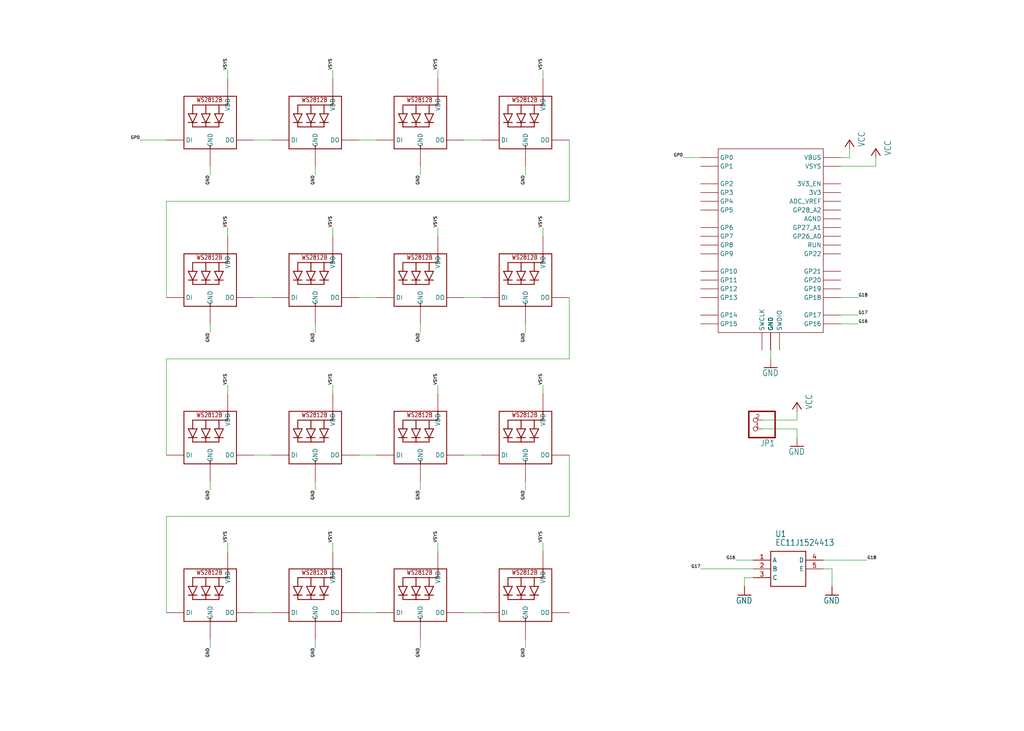
<source format=kicad_sch>
(kicad_sch (version 20230121) (generator eeschema)
  (paper "User" 297.002 212.09)
  (lib_symbols
    (symbol "neopixel_studio_light-eagle-import:EC11J1524413"
      (property "Reference" "U" (at 16.51 7.62 0))
      (symbol "EC11J1524413_1_0"
        (polyline (pts (xy 5.08 2.54) (xy 5.08 -7.62)) (stroke (width 0.254)))
        (polyline (pts (xy 5.08 2.54) (xy 15.24 2.54)) (stroke (width 0.254)))
        (polyline (pts (xy 15.24 -7.62) (xy 5.08 -7.62)) (stroke (width 0.254)))
        (polyline (pts (xy 15.24 -7.62) (xy 15.24 2.54)) (stroke (width 0.254)))
        (pin bidirectional line (at 0 0 0) (length 5.08) (name "A") (number "1"))
        (pin bidirectional line (at 0 -2.54 0) (length 5.08) (name "B") (number "2"))
        (pin bidirectional line (at 0 -5.08 0) (length 5.08) (name "C") (number "3"))
        (pin bidirectional line (at 20.32 0 180) (length 5.08) (name "D") (number "4"))
        (pin bidirectional line (at 20.32 -2.54 180) (length 5.08) (name "E") (number "5"))
      )
    )
    (symbol "neopixel_studio_light-eagle-import:GND" (power)
      (property "Value" "GND" (at -2.54 -2.54 0))
      (symbol "GND_1_0"
        (polyline (pts (xy -1.905 0) (xy 1.905 0)) (stroke (width 0.254)))
        (pin power_in line (at 0 2.54 270) (length 2.54) (name "GND") (number "1"))
      )
    )
    (symbol "neopixel_studio_light-eagle-import:PINHD-1X2"
      (property "Reference" "JP" (at -6.35 5.715 0))
      (symbol "PINHD-1X2_1_0"
        (polyline (pts (xy -6.35 -2.54) (xy 1.27 -2.54)) (stroke (width 0.4064)))
        (polyline (pts (xy -6.35 5.08) (xy -6.35 -2.54)) (stroke (width 0.4064)))
        (polyline (pts (xy 1.27 -2.54) (xy 1.27 5.08)) (stroke (width 0.4064)))
        (polyline (pts (xy 1.27 5.08) (xy -6.35 5.08)) (stroke (width 0.4064)))
        (pin passive inverted (at -2.54 2.54 0) (length 2.54) (name "1") (number "1"))
        (pin passive inverted (at -2.54 0 0) (length 2.54) (name "2") (number "2"))
      )
    )
    (symbol "neopixel_studio_light-eagle-import:RPI_PICO-SMD"
      (symbol "RPI_PICO-SMD_1_0"
        (polyline (pts (xy -15.24 -25.4) (xy 15.24 -25.4)) (stroke (width 0.1524)))
        (polyline (pts (xy -15.24 27.94) (xy -15.24 -25.4)) (stroke (width 0.1524)))
        (polyline (pts (xy 15.24 -25.4) (xy 15.24 27.94)) (stroke (width 0.1524)))
        (polyline (pts (xy 15.24 27.94) (xy -15.24 27.94)) (stroke (width 0.1524)))
        (pin bidirectional line (at 20.32 15.24 180) (length 5.08) (name "3V3") (number "3V3"))
        (pin bidirectional line (at 20.32 17.78 180) (length 5.08) (name "3V3_EN") (number "3V3_EN"))
        (pin bidirectional line (at 20.32 12.7 180) (length 5.08) (name "ADC_VREF") (number "ADC_VREF"))
        (pin bidirectional line (at 20.32 7.62 180) (length 5.08) (name "AGND") (number "AGND"))
        (pin bidirectional line (at 0 -30.48 90) (length 5.08) (name "GND") (number "GND@1"))
        (pin bidirectional line (at 0 -30.48 90) (length 5.08) (name "GND") (number "GND@2"))
        (pin bidirectional line (at 0 -30.48 90) (length 5.08) (name "GND") (number "GND@3"))
        (pin bidirectional line (at 0 -30.48 90) (length 5.08) (name "GND") (number "GND@4"))
        (pin bidirectional line (at 0 -30.48 90) (length 5.08) (name "GND") (number "GND@5"))
        (pin bidirectional line (at 0 -30.48 90) (length 5.08) (name "GND") (number "GND@6"))
        (pin bidirectional line (at 0 -30.48 90) (length 5.08) (name "GND") (number "GND@7"))
        (pin bidirectional line (at 0 -30.48 90) (length 5.08) (name "GND") (number "GND@8"))
        (pin bidirectional line (at -20.32 25.4 0) (length 5.08) (name "GP0") (number "GP0"))
        (pin bidirectional line (at -20.32 22.86 0) (length 5.08) (name "GP1") (number "GP1"))
        (pin bidirectional line (at -20.32 -7.62 0) (length 5.08) (name "GP10") (number "GP10"))
        (pin bidirectional line (at -20.32 -10.16 0) (length 5.08) (name "GP11") (number "GP11"))
        (pin bidirectional line (at -20.32 -12.7 0) (length 5.08) (name "GP12") (number "GP12"))
        (pin bidirectional line (at -20.32 -15.24 0) (length 5.08) (name "GP13") (number "GP13"))
        (pin bidirectional line (at -20.32 -20.32 0) (length 5.08) (name "GP14") (number "GP14"))
        (pin bidirectional line (at -20.32 -22.86 0) (length 5.08) (name "GP15") (number "GP15"))
        (pin bidirectional line (at 20.32 -22.86 180) (length 5.08) (name "GP16") (number "GP16"))
        (pin bidirectional line (at 20.32 -20.32 180) (length 5.08) (name "GP17") (number "GP17"))
        (pin bidirectional line (at 20.32 -15.24 180) (length 5.08) (name "GP18") (number "GP18"))
        (pin bidirectional line (at 20.32 -12.7 180) (length 5.08) (name "GP19") (number "GP19"))
        (pin bidirectional line (at -20.32 17.78 0) (length 5.08) (name "GP2") (number "GP2"))
        (pin bidirectional line (at 20.32 -10.16 180) (length 5.08) (name "GP20") (number "GP20"))
        (pin bidirectional line (at 20.32 -7.62 180) (length 5.08) (name "GP21") (number "GP21"))
        (pin bidirectional line (at 20.32 -2.54 180) (length 5.08) (name "GP22") (number "GP22"))
        (pin bidirectional line (at 20.32 2.54 180) (length 5.08) (name "GP26_A0") (number "GP26_A0"))
        (pin bidirectional line (at 20.32 5.08 180) (length 5.08) (name "GP27_A1") (number "GP27_A1"))
        (pin bidirectional line (at 20.32 10.16 180) (length 5.08) (name "GP28_A2") (number "GP28_A2"))
        (pin bidirectional line (at -20.32 15.24 0) (length 5.08) (name "GP3") (number "GP3"))
        (pin bidirectional line (at -20.32 12.7 0) (length 5.08) (name "GP4") (number "GP4"))
        (pin bidirectional line (at -20.32 10.16 0) (length 5.08) (name "GP5") (number "GP5"))
        (pin bidirectional line (at -20.32 5.08 0) (length 5.08) (name "GP6") (number "GP6"))
        (pin bidirectional line (at -20.32 2.54 0) (length 5.08) (name "GP7") (number "GP7"))
        (pin bidirectional line (at -20.32 0 0) (length 5.08) (name "GP8") (number "GP8"))
        (pin bidirectional line (at -20.32 -2.54 0) (length 5.08) (name "GP9") (number "GP9"))
        (pin bidirectional line (at 20.32 0 180) (length 5.08) (name "RUN") (number "RUN"))
        (pin bidirectional line (at -2.54 -30.48 90) (length 5.08) (name "SWCLK") (number "SWCLK"))
        (pin bidirectional line (at 2.54 -30.48 90) (length 5.08) (name "SWDIO") (number "SWDIO"))
        (pin bidirectional line (at 20.32 25.4 180) (length 5.08) (name "VBUS") (number "VBUS"))
        (pin bidirectional line (at 20.32 22.86 180) (length 5.08) (name "VSYS") (number "VSYS"))
      )
    )
    (symbol "neopixel_studio_light-eagle-import:VCC" (power)
      (property "Value" "VCC" (at -2.54 -2.54 90))
      (symbol "VCC_1_0"
        (polyline (pts (xy 0 0) (xy -1.27 -1.905)) (stroke (width 0.254)))
        (polyline (pts (xy 1.27 -1.905) (xy 0 0)) (stroke (width 0.254)))
        (pin power_in line (at 0 -2.54 90) (length 2.54) (name "VCC") (number "1"))
      )
    )
    (symbol "neopixel_studio_light-eagle-import:WS2812B5050"
      (symbol "WS2812B5050_1_0"
        (polyline (pts (xy -7.62 -5.08) (xy 0 -5.08)) (stroke (width 0.254)))
        (polyline (pts (xy -7.62 -2.54) (xy -7.62 -5.08)) (stroke (width 0.254)))
        (polyline (pts (xy -7.62 10.16) (xy -7.62 -2.54)) (stroke (width 0.254)))
        (polyline (pts (xy -6.35 2.54) (xy -5.08 2.54)) (stroke (width 0.254)))
        (polyline (pts (xy -6.35 5.08) (xy -5.08 5.08)) (stroke (width 0.254)))
        (polyline (pts (xy -5.08 2.54) (xy -6.35 5.08)) (stroke (width 0.254)))
        (polyline (pts (xy -5.08 2.54) (xy -5.08 1.27)) (stroke (width 0.254)))
        (polyline (pts (xy -5.08 2.54) (xy -3.81 5.08)) (stroke (width 0.254)))
        (polyline (pts (xy -5.08 5.08) (xy -3.81 5.08)) (stroke (width 0.254)))
        (polyline (pts (xy -5.08 7.62) (xy -5.08 5.08)) (stroke (width 0.254)))
        (polyline (pts (xy -3.81 2.54) (xy -5.08 2.54)) (stroke (width 0.254)))
        (polyline (pts (xy -2.54 2.54) (xy -1.27 2.54)) (stroke (width 0.254)))
        (polyline (pts (xy -2.54 5.08) (xy 0 5.08)) (stroke (width 0.254)))
        (polyline (pts (xy -1.27 1.27) (xy -5.08 1.27)) (stroke (width 0.254)))
        (polyline (pts (xy -1.27 2.54) (xy -2.54 5.08)) (stroke (width 0.254)))
        (polyline (pts (xy -1.27 2.54) (xy -1.27 1.27)) (stroke (width 0.254)))
        (polyline (pts (xy -1.27 2.54) (xy 0 2.54)) (stroke (width 0.254)))
        (polyline (pts (xy -1.27 5.08) (xy -1.27 7.62)) (stroke (width 0.254)))
        (polyline (pts (xy -1.27 7.62) (xy -5.08 7.62)) (stroke (width 0.254)))
        (polyline (pts (xy 0 -5.08) (xy 7.62 -5.08)) (stroke (width 0.254)))
        (polyline (pts (xy 0 -4.064) (xy 0 -5.08)) (stroke (width 0.254)))
        (polyline (pts (xy 0 5.08) (xy -1.27 2.54)) (stroke (width 0.254)))
        (polyline (pts (xy 1.27 5.08) (xy 2.54 2.54)) (stroke (width 0.254)))
        (polyline (pts (xy 1.27 5.08) (xy 2.54 5.08)) (stroke (width 0.254)))
        (polyline (pts (xy 2.54 1.27) (xy -1.27 1.27)) (stroke (width 0.254)))
        (polyline (pts (xy 2.54 2.54) (xy 1.27 2.54)) (stroke (width 0.254)))
        (polyline (pts (xy 2.54 2.54) (xy 2.54 1.27)) (stroke (width 0.254)))
        (polyline (pts (xy 2.54 2.54) (xy 3.81 2.54)) (stroke (width 0.254)))
        (polyline (pts (xy 2.54 2.54) (xy 3.81 5.08)) (stroke (width 0.254)))
        (polyline (pts (xy 2.54 5.08) (xy 2.54 7.62)) (stroke (width 0.254)))
        (polyline (pts (xy 2.54 7.62) (xy -1.27 7.62)) (stroke (width 0.254)))
        (polyline (pts (xy 2.54 7.62) (xy 5.08 7.62)) (stroke (width 0.254)))
        (polyline (pts (xy 3.81 5.08) (xy 2.54 5.08)) (stroke (width 0.254)))
        (polyline (pts (xy 5.08 10.16) (xy -7.62 10.16)) (stroke (width 0.254)))
        (polyline (pts (xy 5.08 10.16) (xy 5.08 7.62)) (stroke (width 0.254)))
        (polyline (pts (xy 7.62 -5.08) (xy 7.62 -2.54)) (stroke (width 0.254)))
        (polyline (pts (xy 7.62 -2.54) (xy 7.62 10.16)) (stroke (width 0.254)))
        (polyline (pts (xy 7.62 10.16) (xy 5.08 10.16)) (stroke (width 0.254)))
        (text "WS2812B" (at -4.064 8.382 0) (effects (font (size 1.27 1.0795)) (justify left bottom)))
        (pin power_in line (at 5.08 15.24 270) (length 5.08) (name "VDD") (number "1-VDD"))
        (pin output line (at 12.7 -2.54 180) (length 5.08) (name "DO") (number "2-DOUT"))
        (pin power_in line (at 0 -10.16 90) (length 5.08) (name "GND") (number "3-GND"))
        (pin input line (at -12.7 -2.54 0) (length 5.08) (name "DI") (number "4-DIN"))
      )
    )
  )
  (wire (pts (xy 91.44 93.98) (xy 91.44 96.52)) (stroke (width 0.127)))
  (wire (pts (xy 127 68.58) (xy 127 66.04)) (stroke (width 0.127)))
  (wire (pts (xy 73.66 177.8) (xy 78.74 177.8)) (stroke (width 0.127)))
  (wire (pts (xy 134.62 40.64) (xy 139.7 40.64)) (stroke (width 0.127)))
  (wire (pts (xy 152.4 93.98) (xy 152.4 96.52)) (stroke (width 0.127)))
  (wire (pts (xy 134.62 86.36) (xy 139.7 86.36)) (stroke (width 0.127)))
  (wire (pts (xy 96.52 114.3) (xy 96.52 111.76)) (stroke (width 0.127)))
  (wire (pts (xy 215.9 167.64) (xy 215.9 170.18)) (stroke (width 0.127)))
  (wire (pts (xy 165.1 149.86) (xy 48.26 149.86)) (stroke (width 0.127)))
  (wire (pts (xy 238.76 165.1) (xy 241.3 165.1)) (stroke (width 0.127)))
  (wire (pts (xy 127 114.3) (xy 127 111.76)) (stroke (width 0.127)))
  (wire (pts (xy 231.14 121.92) (xy 231.14 119.38)) (stroke (width 0.127)))
  (wire (pts (xy 48.26 104.14) (xy 48.26 132.08)) (stroke (width 0.127)))
  (wire (pts (xy 231.14 124.46) (xy 231.14 127)) (stroke (width 0.127)))
  (wire (pts (xy 91.44 185.42) (xy 91.44 187.96)) (stroke (width 0.127)))
  (wire (pts (xy 48.26 40.64) (xy 40.64 40.64)) (stroke (width 0.127)))
  (wire (pts (xy 152.4 185.42) (xy 152.4 187.96)) (stroke (width 0.127)))
  (wire (pts (xy 121.92 139.7) (xy 121.92 142.24)) (stroke (width 0.127)))
  (wire (pts (xy 243.84 86.36) (xy 248.92 86.36)) (stroke (width 0.127)))
  (wire (pts (xy 60.96 185.42) (xy 60.96 187.96)) (stroke (width 0.127)))
  (wire (pts (xy 157.48 22.86) (xy 157.48 20.32)) (stroke (width 0.127)))
  (wire (pts (xy 203.2 45.72) (xy 198.12 45.72)) (stroke (width 0.127)))
  (wire (pts (xy 66.04 114.3) (xy 66.04 111.76)) (stroke (width 0.127)))
  (wire (pts (xy 220.98 124.46) (xy 231.14 124.46)) (stroke (width 0.127)))
  (wire (pts (xy 134.62 132.08) (xy 139.7 132.08)) (stroke (width 0.127)))
  (wire (pts (xy 127 160.02) (xy 127 157.48)) (stroke (width 0.127)))
  (wire (pts (xy 127 22.86) (xy 127 20.32)) (stroke (width 0.127)))
  (wire (pts (xy 104.14 132.08) (xy 109.22 132.08)) (stroke (width 0.127)))
  (wire (pts (xy 152.4 48.26) (xy 152.4 50.8)) (stroke (width 0.127)))
  (wire (pts (xy 157.48 114.3) (xy 157.48 111.76)) (stroke (width 0.127)))
  (wire (pts (xy 223.52 101.6) (xy 223.52 104.14)) (stroke (width 0.127)))
  (wire (pts (xy 96.52 22.86) (xy 96.52 20.32)) (stroke (width 0.127)))
  (wire (pts (xy 66.04 68.58) (xy 66.04 66.04)) (stroke (width 0.127)))
  (wire (pts (xy 157.48 68.58) (xy 157.48 66.04)) (stroke (width 0.127)))
  (wire (pts (xy 243.84 48.26) (xy 254 48.26)) (stroke (width 0.127)))
  (wire (pts (xy 238.76 162.56) (xy 251.46 162.56)) (stroke (width 0.127)))
  (wire (pts (xy 254 48.26) (xy 254 45.72)) (stroke (width 0.127)))
  (wire (pts (xy 165.1 58.42) (xy 48.26 58.42)) (stroke (width 0.127)))
  (wire (pts (xy 104.14 86.36) (xy 109.22 86.36)) (stroke (width 0.127)))
  (wire (pts (xy 104.14 40.64) (xy 109.22 40.64)) (stroke (width 0.127)))
  (wire (pts (xy 203.2 165.1) (xy 218.44 165.1)) (stroke (width 0.127)))
  (wire (pts (xy 218.44 167.64) (xy 215.9 167.64)) (stroke (width 0.127)))
  (wire (pts (xy 60.96 139.7) (xy 60.96 142.24)) (stroke (width 0.127)))
  (wire (pts (xy 241.3 165.1) (xy 241.3 170.18)) (stroke (width 0.127)))
  (wire (pts (xy 73.66 86.36) (xy 78.74 86.36)) (stroke (width 0.127)))
  (wire (pts (xy 121.92 48.26) (xy 121.92 50.8)) (stroke (width 0.127)))
  (wire (pts (xy 134.62 177.8) (xy 139.7 177.8)) (stroke (width 0.127)))
  (wire (pts (xy 48.26 58.42) (xy 48.26 86.36)) (stroke (width 0.127)))
  (wire (pts (xy 66.04 160.02) (xy 66.04 157.48)) (stroke (width 0.127)))
  (wire (pts (xy 96.52 68.58) (xy 96.52 66.04)) (stroke (width 0.127)))
  (wire (pts (xy 60.96 93.98) (xy 60.96 96.52)) (stroke (width 0.127)))
  (wire (pts (xy 152.4 139.7) (xy 152.4 142.24)) (stroke (width 0.127)))
  (wire (pts (xy 243.84 91.44) (xy 248.92 91.44)) (stroke (width 0.127)))
  (wire (pts (xy 73.66 40.64) (xy 78.74 40.64)) (stroke (width 0.127)))
  (wire (pts (xy 213.36 162.56) (xy 218.44 162.56)) (stroke (width 0.127)))
  (wire (pts (xy 104.14 177.8) (xy 109.22 177.8)) (stroke (width 0.127)))
  (wire (pts (xy 91.44 139.7) (xy 91.44 142.24)) (stroke (width 0.127)))
  (wire (pts (xy 73.66 132.08) (xy 78.74 132.08)) (stroke (width 0.127)))
  (wire (pts (xy 243.84 45.72) (xy 246.38 45.72)) (stroke (width 0.127)))
  (wire (pts (xy 96.52 160.02) (xy 96.52 157.48)) (stroke (width 0.127)))
  (wire (pts (xy 60.96 48.26) (xy 60.96 50.8)) (stroke (width 0.127)))
  (wire (pts (xy 91.44 48.26) (xy 91.44 50.8)) (stroke (width 0.127)))
  (wire (pts (xy 165.1 86.36) (xy 165.1 104.14)) (stroke (width 0.127)))
  (wire (pts (xy 121.92 185.42) (xy 121.92 187.96)) (stroke (width 0.127)))
  (wire (pts (xy 121.92 93.98) (xy 121.92 96.52)) (stroke (width 0.127)))
  (wire (pts (xy 246.38 45.72) (xy 246.38 43.18)) (stroke (width 0.127)))
  (wire (pts (xy 165.1 132.08) (xy 165.1 149.86)) (stroke (width 0.127)))
  (wire (pts (xy 220.98 121.92) (xy 231.14 121.92)) (stroke (width 0.127)))
  (wire (pts (xy 157.48 160.02) (xy 157.48 157.48)) (stroke (width 0.127)))
  (wire (pts (xy 243.84 93.98) (xy 248.92 93.98)) (stroke (width 0.127)))
  (wire (pts (xy 165.1 40.64) (xy 165.1 58.42)) (stroke (width 0.127)))
  (wire (pts (xy 66.04 22.86) (xy 66.04 20.32)) (stroke (width 0.127)))
  (wire (pts (xy 165.1 104.14) (xy 48.26 104.14)) (stroke (width 0.127)))
  (wire (pts (xy 48.26 149.86) (xy 48.26 177.8)) (stroke (width 0.127)))
  (label "GND" (at 152.4 50.8 270) (effects (font (size 0.889 0.889))))
  (label "VSYS" (at 157.48 157.48 90) (effects (font (size 0.889 0.889))))
  (label "VSYS" (at 66.04 157.48 90) (effects (font (size 0.889 0.889))))
  (label "G18" (at 251.46 162.56 0) (effects (font (size 0.889 0.889))))
  (label "GND" (at 121.92 50.8 270) (effects (font (size 0.889 0.889))))
  (label "GND" (at 152.4 142.24 270) (effects (font (size 0.889 0.889))))
  (label "VSYS" (at 96.52 20.32 90) (effects (font (size 0.889 0.889))))
  (label "G16" (at 213.36 162.56 180) (effects (font (size 0.889 0.889))))
  (label "VSYS" (at 127 66.04 90) (effects (font (size 0.889 0.889))))
  (label "VSYS" (at 96.52 111.76 90) (effects (font (size 0.889 0.889))))
  (label "VSYS" (at 157.48 20.32 90) (effects (font (size 0.889 0.889))))
  (label "G16" (at 248.92 93.98 0) (effects (font (size 0.889 0.889))))
  (label "GP0" (at 198.12 45.72 180) (effects (font (size 0.889 0.889))))
  (label "GND" (at 121.92 96.52 270) (effects (font (size 0.889 0.889))))
  (label "VSYS" (at 66.04 111.76 90) (effects (font (size 0.889 0.889))))
  (label "GND" (at 60.96 96.52 270) (effects (font (size 0.889 0.889))))
  (label "GND" (at 91.44 142.24 270) (effects (font (size 0.889 0.889))))
  (label "VSYS" (at 96.52 66.04 90) (effects (font (size 0.889 0.889))))
  (label "VSYS" (at 127 157.48 90) (effects (font (size 0.889 0.889))))
  (label "VSYS" (at 127 20.32 90) (effects (font (size 0.889 0.889))))
  (label "GND" (at 121.92 187.96 270) (effects (font (size 0.889 0.889))))
  (label "GND" (at 91.44 187.96 270) (effects (font (size 0.889 0.889))))
  (label "GND" (at 60.96 142.24 270) (effects (font (size 0.889 0.889))))
  (label "G17" (at 248.92 91.44 0) (effects (font (size 0.889 0.889))))
  (label "GP0" (at 40.64 40.64 180) (effects (font (size 0.889 0.889))))
  (label "GND" (at 152.4 96.52 270) (effects (font (size 0.889 0.889))))
  (label "GND" (at 60.96 187.96 270) (effects (font (size 0.889 0.889))))
  (label "G18" (at 248.92 86.36 0) (effects (font (size 0.889 0.889))))
  (label "GND" (at 60.96 50.8 270) (effects (font (size 0.889 0.889))))
  (label "VSYS" (at 96.52 157.48 90) (effects (font (size 0.889 0.889))))
  (label "VSYS" (at 66.04 20.32 90) (effects (font (size 0.889 0.889))))
  (label "VSYS" (at 157.48 111.76 90) (effects (font (size 0.889 0.889))))
  (label "VSYS" (at 157.48 66.04 90) (effects (font (size 0.889 0.889))))
  (label "G17" (at 203.2 165.1 180) (effects (font (size 0.889 0.889))))
  (label "VSYS" (at 127 111.76 90) (effects (font (size 0.889 0.889))))
  (label "GND" (at 152.4 187.96 270) (effects (font (size 0.889 0.889))))
  (label "GND" (at 121.92 142.24 270) (effects (font (size 0.889 0.889))))
  (label "GND" (at 91.44 96.52 270) (effects (font (size 0.889 0.889))))
  (label "VSYS" (at 66.04 66.04 90) (effects (font (size 0.889 0.889))))
  (label "GND" (at 91.44 50.8 270) (effects (font (size 0.889 0.889))))
  (symbol (lib_id "neopixel_studio_light-eagle-import:WS2812B5050") (at 60.96 175.26 0) (unit 1)
    (property "Reference" "LED13" (effects hide))
    (property "Value" "WS2812B5050" (effects hide))
    (property "Footprint" "neopixel_studio_light:WS2812B" (effects hide))
  )
  (symbol (lib_id "neopixel_studio_light-eagle-import:WS2812B5050") (at 152.4 83.82 0) (unit 1)
    (property "Reference" "LED8" (effects hide))
    (property "Value" "WS2812B5050" (effects hide))
    (property "Footprint" "neopixel_studio_light:WS2812B" (effects hide))
  )
  (symbol (lib_id "neopixel_studio_light-eagle-import:GND") (at 223.52 106.68 0) (unit 1)
    (property "Reference" "#GND1" (effects hide))
    (property "Value" "GND" (at 220.98 109.22 0) (effects (font (size 1.778 1.5113)) (justify left bottom)))
  )
  (symbol (lib_id "neopixel_studio_light-eagle-import:WS2812B5050") (at 121.92 83.82 0) (unit 1)
    (property "Reference" "LED7" (effects hide))
    (property "Value" "WS2812B5050" (effects hide))
    (property "Footprint" "neopixel_studio_light:WS2812B" (effects hide))
  )
  (symbol (lib_id "neopixel_studio_light-eagle-import:WS2812B5050") (at 121.92 175.26 0) (unit 1)
    (property "Reference" "LED15" (effects hide))
    (property "Value" "WS2812B5050" (effects hide))
    (property "Footprint" "neopixel_studio_light:WS2812B" (effects hide))
  )
  (symbol (lib_id "neopixel_studio_light-eagle-import:WS2812B5050") (at 152.4 38.1 0) (unit 1)
    (property "Reference" "LED4" (effects hide))
    (property "Value" "WS2812B5050" (effects hide))
    (property "Footprint" "neopixel_studio_light:WS2812B" (effects hide))
  )
  (symbol (lib_id "neopixel_studio_light-eagle-import:WS2812B5050") (at 60.96 129.54 0) (unit 1)
    (property "Reference" "LED9" (effects hide))
    (property "Value" "WS2812B5050" (effects hide))
    (property "Footprint" "neopixel_studio_light:WS2812B" (effects hide))
  )
  (symbol (lib_id "neopixel_studio_light-eagle-import:WS2812B5050") (at 152.4 129.54 0) (unit 1)
    (property "Reference" "LED12" (effects hide))
    (property "Value" "WS2812B5050" (effects hide))
    (property "Footprint" "neopixel_studio_light:WS2812B" (effects hide))
  )
  (symbol (lib_id "neopixel_studio_light-eagle-import:WS2812B5050") (at 60.96 83.82 0) (unit 1)
    (property "Reference" "LED5" (effects hide))
    (property "Value" "WS2812B5050" (effects hide))
    (property "Footprint" "neopixel_studio_light:WS2812B" (effects hide))
  )
  (symbol (lib_id "neopixel_studio_light-eagle-import:EC11J1524413") (at 218.44 162.56 0) (unit 1)
    (property "Reference" "U1" (at 224.79 154.94 0) (effects (font (size 1.778 1.5113)) (justify left)))
    (property "Value" "EC11J1524413" (at 224.79 157.48 0) (effects (font (size 1.778 1.5113)) (justify left)))
    (property "Footprint" "neopixel_studio_light:EC11J1524413" (effects hide))
  )
  (symbol (lib_id "neopixel_studio_light-eagle-import:WS2812B5050") (at 91.44 175.26 0) (unit 1)
    (property "Reference" "LED14" (effects hide))
    (property "Value" "WS2812B5050" (effects hide))
    (property "Footprint" "neopixel_studio_light:WS2812B" (effects hide))
  )
  (symbol (lib_id "neopixel_studio_light-eagle-import:VCC") (at 254 43.18 0) (unit 1)
    (property "Reference" "#P+5" (effects hide))
    (property "Value" "VCC" (at 256.54 40.64 90) (effects (font (size 1.778 1.5113)) (justify right top)))
  )
  (symbol (lib_id "neopixel_studio_light-eagle-import:WS2812B5050") (at 121.92 129.54 0) (unit 1)
    (property "Reference" "LED11" (effects hide))
    (property "Value" "WS2812B5050" (effects hide))
    (property "Footprint" "neopixel_studio_light:WS2812B" (effects hide))
  )
  (symbol (lib_id "neopixel_studio_light-eagle-import:WS2812B5050") (at 60.96 38.1 0) (unit 1)
    (property "Reference" "LED1" (effects hide))
    (property "Value" "WS2812B5050" (effects hide))
    (property "Footprint" "neopixel_studio_light:WS2812B" (effects hide))
  )
  (symbol (lib_id "neopixel_studio_light-eagle-import:WS2812B5050") (at 91.44 38.1 0) (unit 1)
    (property "Reference" "LED2" (effects hide))
    (property "Value" "WS2812B5050" (effects hide))
    (property "Footprint" "neopixel_studio_light:WS2812B" (effects hide))
  )
  (symbol (lib_id "neopixel_studio_light-eagle-import:WS2812B5050") (at 91.44 129.54 0) (unit 1)
    (property "Reference" "LED10" (effects hide))
    (property "Value" "WS2812B5050" (effects hide))
    (property "Footprint" "neopixel_studio_light:WS2812B" (effects hide))
  )
  (symbol (lib_id "neopixel_studio_light-eagle-import:VCC") (at 246.38 40.64 0) (unit 1)
    (property "Reference" "#P+1" (effects hide))
    (property "Value" "VCC" (at 248.92 38.1 90) (effects (font (size 1.778 1.5113)) (justify right top)))
  )
  (symbol (lib_id "neopixel_studio_light-eagle-import:WS2812B5050") (at 91.44 83.82 0) (unit 1)
    (property "Reference" "LED6" (effects hide))
    (property "Value" "WS2812B5050" (effects hide))
    (property "Footprint" "neopixel_studio_light:WS2812B" (effects hide))
  )
  (symbol (lib_id "neopixel_studio_light-eagle-import:WS2812B5050") (at 121.92 38.1 0) (unit 1)
    (property "Reference" "LED3" (effects hide))
    (property "Value" "WS2812B5050" (effects hide))
    (property "Footprint" "neopixel_studio_light:WS2812B" (effects hide))
  )
  (symbol (lib_id "neopixel_studio_light-eagle-import:RPI_PICO-SMD") (at 223.52 71.12 0) (unit 1)
    (property "Reference" "U$1" (effects hide))
    (property "Value" "RPI_PICO-SMD" (effects hide))
    (property "Footprint" "neopixel_studio_light:RPI_PICO" (effects hide))
  )
  (symbol (lib_id "neopixel_studio_light-eagle-import:GND") (at 215.9 172.72 0) (unit 1)
    (property "Reference" "#GND2" (effects hide))
    (property "Value" "GND" (at 213.36 175.26 0) (effects (font (size 1.778 1.5113)) (justify left bottom)))
  )
  (symbol (lib_id "neopixel_studio_light-eagle-import:GND") (at 241.3 172.72 0) (unit 1)
    (property "Reference" "#GND3" (effects hide))
    (property "Value" "GND" (at 238.76 175.26 0) (effects (font (size 1.778 1.5113)) (justify left bottom)))
  )
  (symbol (lib_id "neopixel_studio_light-eagle-import:PINHD-1X2") (at 218.44 121.92 180) (unit 1)
    (property "Reference" "JP1" (at 224.79 127.635 0) (effects (font (size 1.778 1.5113)) (justify left bottom)))
    (property "Value" "PINHD-1X2" (effects hide))
    (property "Footprint" "neopixel_studio_light:1X02" (effects hide))
  )
  (symbol (lib_id "neopixel_studio_light-eagle-import:VCC") (at 231.14 116.84 0) (unit 1)
    (property "Reference" "#P+6" (effects hide))
    (property "Value" "VCC" (at 233.68 114.3 90) (effects (font (size 1.778 1.5113)) (justify right top)))
  )
  (symbol (lib_id "neopixel_studio_light-eagle-import:WS2812B5050") (at 152.4 175.26 0) (unit 1)
    (property "Reference" "LED16" (effects hide))
    (property "Value" "WS2812B5050" (effects hide))
    (property "Footprint" "neopixel_studio_light:WS2812B" (effects hide))
  )
  (symbol (lib_id "neopixel_studio_light-eagle-import:GND") (at 231.14 129.54 0) (unit 1)
    (property "Reference" "#GND4" (effects hide))
    (property "Value" "GND" (at 228.6 132.08 0) (effects (font (size 1.778 1.5113)) (justify left bottom)))
  )
)
</source>
